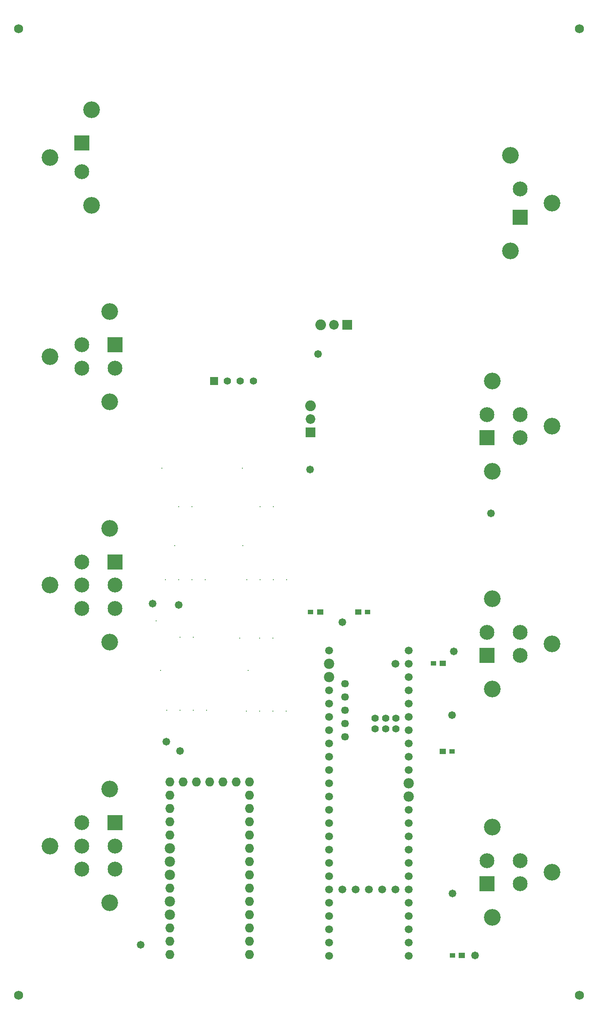
<source format=gbr>
%TF.GenerationSoftware,Altium Limited,Altium Designer,25.1.2 (22)*%
G04 Layer_Color=8388736*
%FSLAX45Y45*%
%MOMM*%
%TF.SameCoordinates,0B3AA91C-04DE-403C-A5D4-43E2D843388D*%
%TF.FilePolarity,Negative*%
%TF.FileFunction,Soldermask,Top*%
%TF.Part,Single*%
G01*
G75*
%TA.AperFunction,SMDPad,CuDef*%
%ADD10R,1.00000X0.90000*%
%TA.AperFunction,ComponentPad*%
%ADD14C,1.40000*%
%ADD15R,1.85000X1.85000*%
%ADD16C,1.85000*%
%ADD25R,1.85000X1.85000*%
%TA.AperFunction,SMDPad,CuDef*%
%ADD48R,1.20320X1.10320*%
%TA.AperFunction,ViaPad*%
%ADD49C,0.20320*%
%ADD50C,1.72720*%
%TA.AperFunction,ComponentPad*%
%ADD51R,1.60320X1.60320*%
%ADD52C,2.05320*%
%ADD53C,3.19320*%
%ADD54C,2.84320*%
%ADD55R,2.84320X2.84320*%
%ADD56O,1.73320X1.73319*%
%ADD57C,1.98120*%
%ADD58C,1.51120*%
%ADD59C,1.46120*%
%ADD60C,1.41120*%
%ADD61C,0.20320*%
%TA.AperFunction,ViaPad*%
%ADD62C,1.47320*%
D10*
X11478601Y3429000D02*
D03*
X11469200Y7327900D02*
D03*
X8761901Y9994900D02*
D03*
X9855200D02*
D03*
X11111400Y9017000D02*
D03*
D14*
X7166800Y14414500D02*
D03*
X7416800D02*
D03*
X7666800D02*
D03*
D15*
X9461500Y15494000D02*
D03*
D16*
X9207500D02*
D03*
X8757300Y13690601D02*
D03*
D25*
Y13436600D02*
D03*
D48*
X11658600Y3429000D02*
D03*
X11289201Y7327900D02*
D03*
X8941900Y9994900D02*
D03*
X9675201D02*
D03*
X11291399Y9017000D02*
D03*
D49*
X5803900Y9829800D02*
D03*
X7404100Y9499600D02*
D03*
X7569200Y8877300D02*
D03*
X5892800D02*
D03*
X7461250Y11264900D02*
D03*
X6159500D02*
D03*
X7454900Y12750800D02*
D03*
X5918200D02*
D03*
D50*
X3175000Y2667000D02*
D03*
X13906500D02*
D03*
Y21158200D02*
D03*
X3175000D02*
D03*
D51*
X6916800Y14414500D02*
D03*
D52*
X8953500Y15494000D02*
D03*
X8757300Y13944600D02*
D03*
D53*
X13385800Y5016500D02*
D03*
X12242800Y4151500D02*
D03*
Y5881500D02*
D03*
X13385800Y9385300D02*
D03*
X12242800Y8520300D02*
D03*
Y10250300D02*
D03*
X13385800Y13550900D02*
D03*
X12242800Y12685900D02*
D03*
Y14415900D02*
D03*
X3771900Y10510400D02*
D03*
X4914900Y11597400D02*
D03*
Y9423400D02*
D03*
X3771900Y18694400D02*
D03*
X4571900Y19609900D02*
D03*
Y17778900D02*
D03*
X13385800Y17818100D02*
D03*
X12585800Y16902600D02*
D03*
Y18733600D02*
D03*
X3771900Y14884399D02*
D03*
X4914900Y15749400D02*
D03*
Y14019400D02*
D03*
Y4432300D02*
D03*
Y6606300D02*
D03*
X3771900Y5519300D02*
D03*
D54*
X12775800Y4794000D02*
D03*
Y5239000D02*
D03*
X12140800D02*
D03*
X12775800Y9162800D02*
D03*
Y9607800D02*
D03*
X12140800D02*
D03*
X12775800Y13328400D02*
D03*
Y13773399D02*
D03*
X12140800D02*
D03*
X4381900Y10955400D02*
D03*
Y10065400D02*
D03*
X5016900Y10510400D02*
D03*
Y10065400D02*
D03*
X4381900Y10510400D02*
D03*
Y18421400D02*
D03*
X12775800Y18091100D02*
D03*
X4381900Y15106900D02*
D03*
Y14661900D02*
D03*
X5016900D02*
D03*
X4381900Y5519300D02*
D03*
X5016900Y5074300D02*
D03*
Y5519300D02*
D03*
X4381900Y5074300D02*
D03*
Y5964300D02*
D03*
D55*
X12140800Y4794000D02*
D03*
Y9162800D02*
D03*
Y13328400D02*
D03*
X5016900Y10955400D02*
D03*
X4381900Y18967400D02*
D03*
X12775800Y17545100D02*
D03*
X5016900Y15106900D02*
D03*
Y5964300D02*
D03*
D56*
X7594600Y6743700D02*
D03*
Y6489700D02*
D03*
Y6235700D02*
D03*
Y5981700D02*
D03*
Y5727700D02*
D03*
Y5473700D02*
D03*
Y5219700D02*
D03*
Y4965700D02*
D03*
Y4711700D02*
D03*
Y4457700D02*
D03*
Y4203700D02*
D03*
Y3949700D02*
D03*
Y3695700D02*
D03*
Y3441700D02*
D03*
X6070600Y6743700D02*
D03*
Y6489700D02*
D03*
Y6235700D02*
D03*
Y5981700D02*
D03*
Y5727700D02*
D03*
Y4711700D02*
D03*
Y3949700D02*
D03*
Y3695700D02*
D03*
Y3441700D02*
D03*
X7340600Y6743700D02*
D03*
X7086600D02*
D03*
X6832600D02*
D03*
X6578600D02*
D03*
X6324600D02*
D03*
D57*
X6070600Y5473700D02*
D03*
Y5219700D02*
D03*
Y4965700D02*
D03*
Y4457700D02*
D03*
Y4203700D02*
D03*
X10642600Y6718300D02*
D03*
Y6464300D02*
D03*
X9118600Y8750300D02*
D03*
Y9004300D02*
D03*
D58*
X10642600Y5448300D02*
D03*
Y5194300D02*
D03*
Y4940300D02*
D03*
Y4686300D02*
D03*
Y4432300D02*
D03*
Y4178300D02*
D03*
Y3924300D02*
D03*
Y3670300D02*
D03*
Y3416300D02*
D03*
X9118600D02*
D03*
Y3670300D02*
D03*
Y3924300D02*
D03*
Y4178300D02*
D03*
Y4432300D02*
D03*
Y4686300D02*
D03*
Y4940300D02*
D03*
Y5194300D02*
D03*
Y5448300D02*
D03*
X10642600Y9258300D02*
D03*
Y9004300D02*
D03*
Y8750300D02*
D03*
Y8496300D02*
D03*
Y8242300D02*
D03*
Y7988300D02*
D03*
Y7734300D02*
D03*
Y7480300D02*
D03*
Y7226300D02*
D03*
Y6972300D02*
D03*
Y6210300D02*
D03*
Y5956300D02*
D03*
X9118600Y5702300D02*
D03*
Y5956300D02*
D03*
Y6210300D02*
D03*
Y6464300D02*
D03*
Y6718300D02*
D03*
Y6972300D02*
D03*
Y7226300D02*
D03*
Y7480300D02*
D03*
Y7734300D02*
D03*
Y7988300D02*
D03*
Y8242300D02*
D03*
Y8496300D02*
D03*
X10642600Y5702300D02*
D03*
X10134600Y4686300D02*
D03*
X10388600Y9004300D02*
D03*
Y4686300D02*
D03*
X9880600D02*
D03*
X9626600D02*
D03*
X9372600D02*
D03*
X9118600Y9258300D02*
D03*
D59*
X9423600Y7607300D02*
D03*
Y7861300D02*
D03*
Y8115300D02*
D03*
Y8369300D02*
D03*
Y8623300D02*
D03*
D60*
X9997600Y7961300D02*
D03*
X10197600D02*
D03*
X9997600Y7761300D02*
D03*
X10197600D02*
D03*
X10397600Y7961300D02*
D03*
Y7761300D02*
D03*
D61*
X8305800Y10617200D02*
D03*
X8051800D02*
D03*
X7797800D02*
D03*
X7543800D02*
D03*
X7797800Y12014200D02*
D03*
X8051800D02*
D03*
X6743700Y10617200D02*
D03*
X6489700D02*
D03*
X6235700D02*
D03*
X5981700D02*
D03*
X6235700Y12014200D02*
D03*
X6489700D02*
D03*
X6769100Y8115300D02*
D03*
X6515100D02*
D03*
X6261100D02*
D03*
X6007100D02*
D03*
X6261100Y9512300D02*
D03*
X6515100D02*
D03*
X8293100Y8102600D02*
D03*
X8039100D02*
D03*
X7785100D02*
D03*
X7531100D02*
D03*
X7785100Y9499600D02*
D03*
X8039100D02*
D03*
D62*
X6261100Y7340600D02*
D03*
X5998449Y7518400D02*
D03*
X6235700Y10134600D02*
D03*
X5740400Y10160000D02*
D03*
X5511800Y3632200D02*
D03*
X11468100Y8026400D02*
D03*
X11506200Y9245600D02*
D03*
X11912600Y3429000D02*
D03*
X11480800Y4610100D02*
D03*
X12217400Y11887200D02*
D03*
X8750300Y12725400D02*
D03*
X8902700Y14935201D02*
D03*
X9372600Y9804400D02*
D03*
%TF.MD5,b1c9015f1ce88969a98eaeac4390c6d0*%
M02*

</source>
